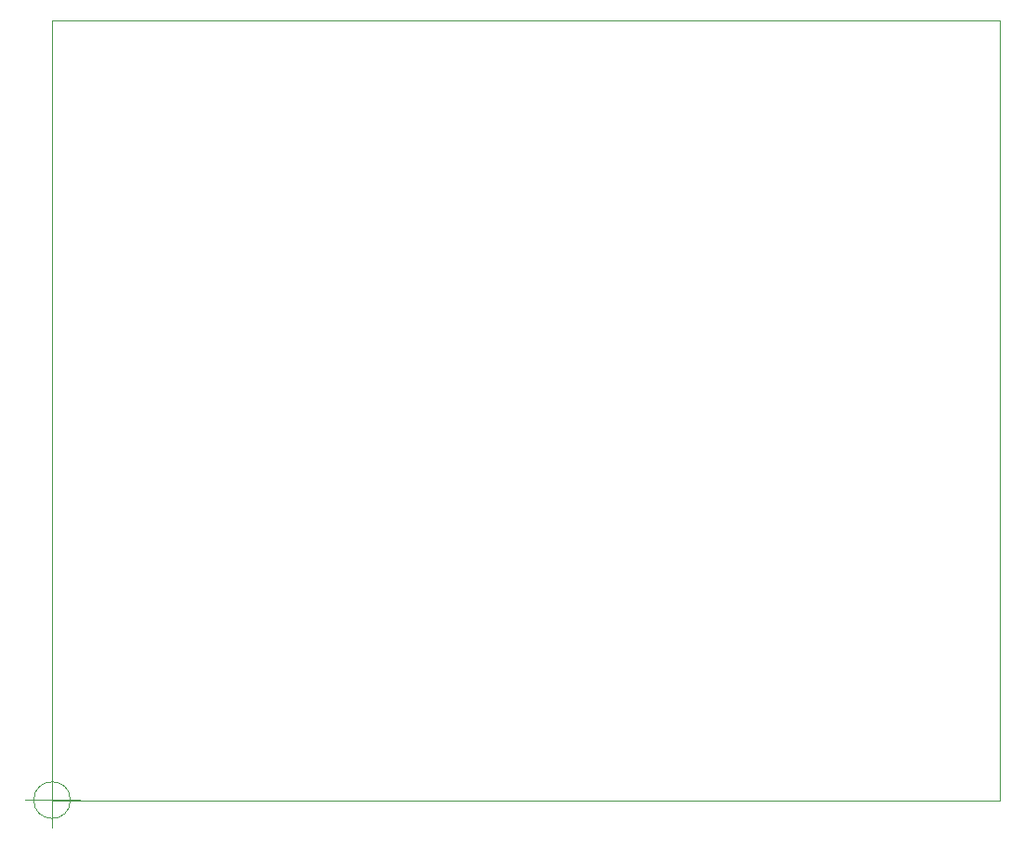
<source format=gbr>
%TF.GenerationSoftware,KiCad,Pcbnew,6.0.2+dfsg-1*%
%TF.CreationDate,2022-10-25T22:35:24-05:00*%
%TF.ProjectId,amiplanta,616d6970-6c61-46e7-9461-2e6b69636164,rev?*%
%TF.SameCoordinates,Original*%
%TF.FileFunction,Profile,NP*%
%FSLAX46Y46*%
G04 Gerber Fmt 4.6, Leading zero omitted, Abs format (unit mm)*
G04 Created by KiCad (PCBNEW 6.0.2+dfsg-1) date 2022-10-25 22:35:24*
%MOMM*%
%LPD*%
G01*
G04 APERTURE LIST*
%TA.AperFunction,Profile*%
%ADD10C,0.050000*%
%TD*%
G04 APERTURE END LIST*
D10*
X24541666Y-111750000D02*
G75*
G03*
X24541666Y-111750000I-1666666J0D01*
G01*
X20375000Y-111750000D02*
X25375000Y-111750000D01*
X22875000Y-109250000D02*
X22875000Y-114250000D01*
X109220000Y-111760000D02*
X25400000Y-111760000D01*
X22860000Y-40640000D02*
X109220000Y-40640000D01*
X25400000Y-111760000D02*
X22860000Y-111760000D01*
X109220000Y-40640000D02*
X109220000Y-111760000D01*
X22860000Y-111760000D02*
X22860000Y-40640000D01*
M02*

</source>
